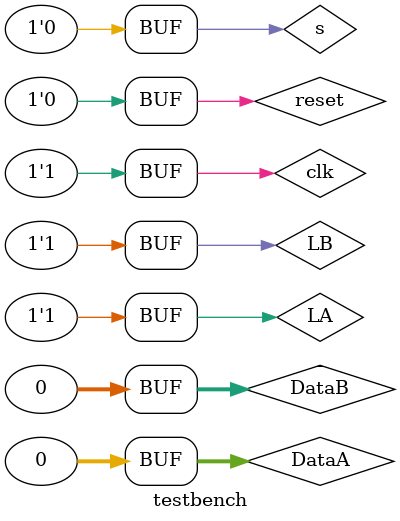
<source format=v>
`timescale 1ns / 1ps


module testbench;

	// Inputs
	reg clk;
	reg reset;
	reg LA;
	reg LB;
	reg s;
	reg [31:0] DataA;
	reg [31:0] DataB;

	// Outputs
	wire [63:0] P;
	wire Finish;

	// Instantiate the Unit Under Test (UUT)
	multiply uut (
		.clk(clk), 
		.reset(reset), 
		.LA(LA), 
		.LB(LB), 
		.s(s), 
		.DataA(DataA), 
		.DataB(DataB), 
		.P(P), 
		.Finish(Finish)
	);
	always
	begin
		clk = 0; #5;
		clk = 1; #5;
	end
	initial begin
		// Initialize Inputs
		reset = 0;
		LA = 0;
		LB = 0;
		s = 0;
		DataA = 0;
		DataB = 0;

		// Wait 100 ns for global reset to finish
		#100;
        
		// Add stimulus here
		DataA = 123; DataB = 156;
		#30;
		LA = 1; LB = 1;
		#10;
		DataA = 0; DataB = 0;
		#5;
		s = 1;
		#50;
		s = 0;
		#10;
		
		
	end
      
endmodule


</source>
